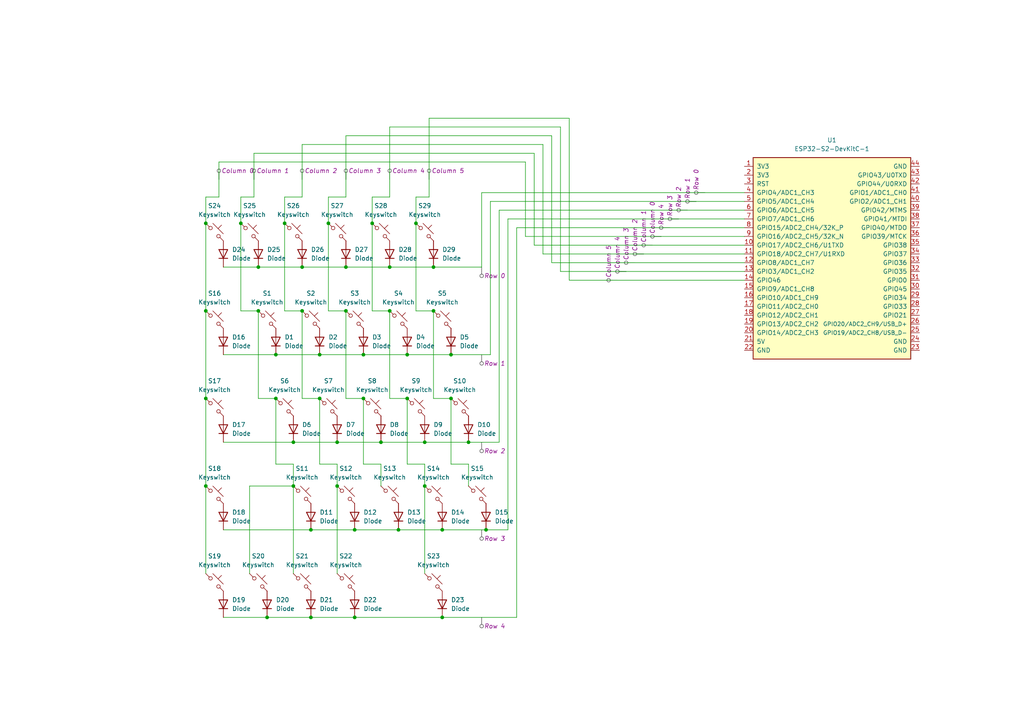
<source format=kicad_sch>
(kicad_sch (version 20231120) (generator "eeschema") (generator_version "8.0")
  (paper "A4")
  (lib_symbols
    (symbol "PCM_Espressif:ESP32-S2-DevKitC-1" (pin_names (offset 1.016))
      (property "Reference" "U" (at -22.86 33.02 0))
      (property "Value" "ESP32-S2-DevKitC-1" (at -22.86 30.48 0))
      (symbol "ESP32-S2-DevKitC-1_0_0"
        (pin input line (at -25.4 -7.62 0) (length 2.54) (name "GPIO46") (number "14"))
        (pin bidirectional line (at -25.4 -20.32 0) (length 2.54) (name "GPIO13/ADC2_CH2") (number "19"))
        (pin power_in line (at -25.4 22.86 0) (length 2.54) (name "3V3") (number "2"))
        (pin bidirectional line (at 25.4 12.7 180) (length 2.54) (name "GPIO42/MTMS") (number "39"))
        (pin bidirectional line (at 25.4 15.24 180) (length 2.54) (name "GPIO2/ADC1_CH1") (number "40"))
        (pin bidirectional line (at 25.4 17.78 180) (length 2.54) (name "GPIO1/ADC1_CH0") (number "41"))
        (pin bidirectional line (at 25.4 20.32 180) (length 2.54) (name "GPIO44/U0RXD") (number "42"))
        (pin bidirectional line (at 25.4 22.86 180) (length 2.54) (name "GPIO43/U0TXD") (number "43"))
        (pin power_in line (at 25.4 25.4 180) (length 2.54) (name "GND") (number "44"))
      )
      (symbol "ESP32-S2-DevKitC-1_0_1"
        (rectangle (start -22.86 27.94) (end 22.86 -30.48) (stroke (width 0.254)) (fill (type background)))
      )
      (symbol "ESP32-S2-DevKitC-1_1_1"
        (pin power_in line (at -25.4 25.4 0) (length 2.54) (name "3V3") (number "1"))
        (pin bidirectional line (at -25.4 2.54 0) (length 2.54) (name "GPIO17/ADC2_CH6/U1TXD") (number "10"))
        (pin bidirectional line (at -25.4 0 0) (length 2.54) (name "GPIO18/ADC2_CH7/U1RXD") (number "11"))
        (pin bidirectional line (at -25.4 -2.54 0) (length 2.54) (name "GPIO8/ADC1_CH7") (number "12"))
        (pin bidirectional line (at -25.4 -5.08 0) (length 2.54) (name "GPIO3/ADC1_CH2") (number "13"))
        (pin bidirectional line (at -25.4 -10.16 0) (length 2.54) (name "GPIO9/ADC1_CH8") (number "15"))
        (pin bidirectional line (at -25.4 -12.7 0) (length 2.54) (name "GPIO10/ADC1_CH9") (number "16"))
        (pin bidirectional line (at -25.4 -15.24 0) (length 2.54) (name "GPIO11/ADC2_CH0") (number "17"))
        (pin bidirectional line (at -25.4 -17.78 0) (length 2.54) (name "GPIO12/ADC2_CH1") (number "18"))
        (pin bidirectional line (at -25.4 -22.86 0) (length 2.54) (name "GPIO14/ADC2_CH3") (number "20"))
        (pin power_in line (at -25.4 -25.4 0) (length 2.54) (name "5V") (number "21"))
        (pin power_in line (at -25.4 -27.94 0) (length 2.54) (name "GND") (number "22"))
        (pin power_in line (at 25.4 -27.94 180) (length 2.54) (name "GND") (number "23"))
        (pin power_in line (at 25.4 -25.4 180) (length 2.54) (name "GND") (number "24"))
        (pin bidirectional line (at 25.4 -22.86 180) (length 2.54) (name "GPIO19/ADC2_CH8/USB_D-") (number "25"))
        (pin bidirectional line (at 25.4 -20.32 180) (length 2.54) (name "GPIO20/ADC2_CH9/USB_D+") (number "26"))
        (pin bidirectional line (at 25.4 -17.78 180) (length 2.54) (name "GPIO21") (number "27"))
        (pin bidirectional line (at 25.4 -15.24 180) (length 2.54) (name "GPIO33") (number "28"))
        (pin bidirectional line (at 25.4 -12.7 180) (length 2.54) (name "GPIO34") (number "29"))
        (pin input line (at -25.4 20.32 0) (length 2.54) (name "RST") (number "3"))
        (pin bidirectional line (at 25.4 -10.16 180) (length 2.54) (name "GPIO45") (number "30"))
        (pin bidirectional line (at 25.4 -7.62 180) (length 2.54) (name "GPIO0") (number "31"))
        (pin bidirectional line (at 25.4 -5.08 180) (length 2.54) (name "GPIO35") (number "32"))
        (pin bidirectional line (at 25.4 -2.54 180) (length 2.54) (name "GPIO36") (number "33"))
        (pin bidirectional line (at 25.4 0 180) (length 2.54) (name "GPIO37") (number "34"))
        (pin bidirectional line (at 25.4 2.54 180) (length 2.54) (name "GPIO38") (number "35"))
        (pin bidirectional line (at 25.4 5.08 180) (length 2.54) (name "GPIO39/MTCK") (number "36"))
        (pin bidirectional line (at 25.4 7.62 180) (length 2.54) (name "GPIO40/MTDO") (number "37"))
        (pin bidirectional line (at 25.4 10.16 180) (length 2.54) (name "GPIO41/MTDI") (number "38"))
        (pin bidirectional line (at -25.4 17.78 0) (length 2.54) (name "GPIO4/ADC1_CH3") (number "4"))
        (pin bidirectional line (at -25.4 15.24 0) (length 2.54) (name "GPIO5/ADC1_CH4") (number "5"))
        (pin bidirectional line (at -25.4 12.7 0) (length 2.54) (name "GPIO6/ADC1_CH5") (number "6"))
        (pin bidirectional line (at -25.4 10.16 0) (length 2.54) (name "GPIO7/ADC1_CH6") (number "7"))
        (pin bidirectional line (at -25.4 7.62 0) (length 2.54) (name "GPIO15/ADC2_CH4/32K_P") (number "8"))
        (pin bidirectional line (at -25.4 5.08 0) (length 2.54) (name "GPIO16/ADC2_CH5/32K_N") (number "9"))
      )
    )
    (symbol "ScottoKeebs:Placeholder_Diode" (pin_numbers hide) (pin_names hide)
      (property "Reference" "D" (at 0 2.54 0))
      (property "Value" "Diode" (at 0 -2.54 0))
      (symbol "Placeholder_Diode_0_1"
        (polyline (pts (xy -1.27 1.27) (xy -1.27 -1.27)) (stroke (width 0.254)))
        (polyline (pts (xy 1.27 0) (xy -1.27 0)))
        (polyline (pts (xy 1.27 1.27) (xy 1.27 -1.27) (xy -1.27 0) (xy 1.27 1.27)) (stroke (width 0.254)))
      )
      (symbol "Placeholder_Diode_1_1"
        (pin passive line (at -3.81 0 0) (length 2.54) (name "K") (number "1"))
        (pin passive line (at 3.81 0 180) (length 2.54) (name "A") (number "2"))
      )
    )
    (symbol "ScottoKeebs:Placeholder_Keyswitch" (pin_numbers hide) (pin_names (offset 1.016) hide)
      (property "Reference" "S" (at 3.048 1.016 0))
      (property "Value" "Keyswitch" (at 0 -3.81 0))
      (symbol "Placeholder_Keyswitch_0_1"
        (circle (center -1.1684 1.1684) (radius 0.508))
        (polyline (pts (xy -0.508 2.54) (xy 2.54 -0.508)))
        (polyline (pts (xy 1.016 1.016) (xy 2.032 2.032)))
        (polyline (pts (xy -2.54 2.54) (xy -1.524 1.524) (xy -1.524 1.524)))
        (polyline (pts (xy 1.524 -1.524) (xy 2.54 -2.54) (xy 2.54 -2.54) (xy 2.54 -2.54)))
        (circle (center 1.143 -1.1938) (radius 0.508))
        (pin passive line (at -2.54 2.54 0) (length 0) (name "1") (number "1"))
        (pin passive line (at 2.54 -2.54 180) (length 0) (name "2") (number "2"))
      )
    )
  )
  (junction (at 100.33 77.47))
  (junction (at 128.27 153.67))
  (junction (at 87.63 90.17))
  (junction (at 85.09 128.27))
  (junction (at 92.71 102.87))
  (junction (at 107.95 64.77))
  (junction (at 59.69 140.97))
  (junction (at 82.55 64.77))
  (junction (at 115.57 153.67))
  (junction (at 80.01 102.87))
  (junction (at 105.41 102.87))
  (junction (at 120.65 64.77))
  (junction (at 128.27 179.07))
  (junction (at 105.41 115.57))
  (junction (at 135.89 128.27))
  (junction (at 59.69 115.57))
  (junction (at 59.69 64.77))
  (junction (at 123.19 128.27))
  (junction (at 140.97 153.67))
  (junction (at 125.73 77.47))
  (junction (at 130.81 102.87))
  (junction (at 102.87 153.67))
  (junction (at 97.79 128.27))
  (junction (at 74.93 90.17))
  (junction (at 123.19 140.97))
  (junction (at 90.17 179.07))
  (junction (at 74.93 77.47))
  (junction (at 110.49 128.27))
  (junction (at 69.85 64.77))
  (junction (at 100.33 90.17))
  (junction (at 125.73 90.17))
  (junction (at 80.01 115.57))
  (junction (at 118.11 102.87))
  (junction (at 102.87 179.07))
  (junction (at 87.63 77.47))
  (junction (at 97.79 140.97))
  (junction (at 130.81 115.57))
  (junction (at 95.25 64.77))
  (junction (at 113.03 77.47))
  (junction (at 92.71 115.57))
  (junction (at 118.11 115.57))
  (junction (at 59.69 90.17))
  (junction (at 77.47 179.07))
  (junction (at 90.17 153.67))
  (junction (at 113.03 90.17))
  (junction (at 85.09 140.97))
  (wire (pts (xy 147.32 63.5) (xy 215.9 63.5)))
  (wire (pts (xy 63.5 46.99) (xy 63.5 57.15)))
  (wire (pts (xy 144.78 60.96) (xy 215.9 60.96)))
  (wire (pts (xy 124.46 34.29) (xy 165.1 34.29)))
  (wire (pts (xy 97.79 140.97) (xy 97.79 166.37)))
  (wire (pts (xy 73.66 44.45) (xy 154.94 44.45)))
  (wire (pts (xy 107.95 57.15) (xy 107.95 64.77)))
  (wire (pts (xy 139.7 55.88) (xy 139.7 77.47)))
  (wire (pts (xy 120.65 57.15) (xy 120.65 64.77)))
  (wire (pts (xy 165.1 34.29) (xy 165.1 81.28)))
  (wire (pts (xy 85.09 134.62) (xy 80.01 134.62)))
  (wire (pts (xy 73.66 44.45) (xy 73.66 57.15)))
  (wire (pts (xy 100.33 39.37) (xy 160.02 39.37)))
  (wire (pts (xy 69.85 64.77) (xy 69.85 90.17)))
  (wire (pts (xy 87.63 41.91) (xy 157.48 41.91)))
  (wire (pts (xy 64.77 77.47) (xy 74.93 77.47)))
  (wire (pts (xy 113.03 36.83) (xy 162.56 36.83)))
  (wire (pts (xy 124.46 34.29) (xy 124.46 57.15)))
  (wire (pts (xy 113.03 115.57) (xy 118.11 115.57)))
  (wire (pts (xy 80.01 102.87) (xy 92.71 102.87)))
  (wire (pts (xy 102.87 179.07) (xy 128.27 179.07)))
  (wire (pts (xy 105.41 102.87) (xy 118.11 102.87)))
  (wire (pts (xy 125.73 115.57) (xy 130.81 115.57)))
  (wire (pts (xy 95.25 90.17) (xy 100.33 90.17)))
  (wire (pts (xy 135.89 134.62) (xy 135.89 140.97)))
  (wire (pts (xy 160.02 76.2) (xy 215.9 76.2)))
  (wire (pts (xy 140.97 153.67) (xy 147.32 153.67)))
  (wire (pts (xy 139.7 55.88) (xy 215.9 55.88)))
  (wire (pts (xy 72.39 140.97) (xy 85.09 140.97)))
  (wire (pts (xy 125.73 90.17) (xy 125.73 115.57)))
  (wire (pts (xy 100.33 77.47) (xy 113.03 77.47)))
  (wire (pts (xy 100.33 115.57) (xy 105.41 115.57)))
  (wire (pts (xy 125.73 77.47) (xy 139.7 77.47)))
  (wire (pts (xy 105.41 134.62) (xy 110.49 134.62)))
  (wire (pts (xy 157.48 41.91) (xy 157.48 73.66)))
  (wire (pts (xy 100.33 39.37) (xy 100.33 57.15)))
  (wire (pts (xy 130.81 102.87) (xy 142.24 102.87)))
  (wire (pts (xy 80.01 115.57) (xy 74.93 115.57)))
  (wire (pts (xy 113.03 57.15) (xy 113.03 36.83)))
  (wire (pts (xy 152.4 68.58) (xy 215.9 68.58)))
  (wire (pts (xy 64.77 102.87) (xy 80.01 102.87)))
  (wire (pts (xy 160.02 39.37) (xy 160.02 76.2)))
  (wire (pts (xy 118.11 102.87) (xy 130.81 102.87)))
  (wire (pts (xy 152.4 46.99) (xy 63.5 46.99)))
  (wire (pts (xy 87.63 77.47) (xy 100.33 77.47)))
  (wire (pts (xy 144.78 60.96) (xy 144.78 128.27)))
  (wire (pts (xy 142.24 58.42) (xy 142.24 102.87)))
  (wire (pts (xy 120.65 90.17) (xy 125.73 90.17)))
  (wire (pts (xy 82.55 57.15) (xy 82.55 64.77)))
  (wire (pts (xy 74.93 77.47) (xy 87.63 77.47)))
  (wire (pts (xy 123.19 134.62) (xy 123.19 140.97)))
  (wire (pts (xy 59.69 57.15) (xy 59.69 64.77)))
  (wire (pts (xy 92.71 102.87) (xy 105.41 102.87)))
  (wire (pts (xy 82.55 64.77) (xy 82.55 90.17)))
  (wire (pts (xy 118.11 134.62) (xy 123.19 134.62)))
  (wire (pts (xy 162.56 36.83) (xy 162.56 78.74)))
  (wire (pts (xy 107.95 64.77) (xy 107.95 90.17)))
  (wire (pts (xy 87.63 41.91) (xy 87.63 57.15)))
  (wire (pts (xy 87.63 90.17) (xy 87.63 115.57)))
  (wire (pts (xy 105.41 115.57) (xy 105.41 134.62)))
  (wire (pts (xy 59.69 64.77) (xy 59.69 90.17)))
  (wire (pts (xy 128.27 153.67) (xy 140.97 153.67)))
  (wire (pts (xy 59.69 140.97) (xy 59.69 166.37)))
  (wire (pts (xy 157.48 73.66) (xy 215.9 73.66)))
  (wire (pts (xy 63.5 57.15) (xy 59.69 57.15)))
  (wire (pts (xy 123.19 128.27) (xy 135.89 128.27)))
  (wire (pts (xy 123.19 140.97) (xy 123.19 166.37)))
  (wire (pts (xy 90.17 153.67) (xy 102.87 153.67)))
  (wire (pts (xy 73.66 57.15) (xy 69.85 57.15)))
  (wire (pts (xy 102.87 153.67) (xy 115.57 153.67)))
  (wire (pts (xy 107.95 57.15) (xy 113.03 57.15)))
  (wire (pts (xy 69.85 90.17) (xy 74.93 90.17)))
  (wire (pts (xy 82.55 90.17) (xy 87.63 90.17)))
  (wire (pts (xy 120.65 64.77) (xy 120.65 90.17)))
  (wire (pts (xy 118.11 115.57) (xy 118.11 134.62)))
  (wire (pts (xy 85.09 140.97) (xy 85.09 134.62)))
  (wire (pts (xy 152.4 68.58) (xy 152.4 46.99)))
  (wire (pts (xy 59.69 115.57) (xy 59.69 140.97)))
  (wire (pts (xy 149.86 66.04) (xy 149.86 179.07)))
  (wire (pts (xy 64.77 153.67) (xy 90.17 153.67)))
  (wire (pts (xy 130.81 134.62) (xy 135.89 134.62)))
  (wire (pts (xy 154.94 44.45) (xy 154.94 71.12)))
  (wire (pts (xy 64.77 128.27) (xy 85.09 128.27)))
  (wire (pts (xy 72.39 166.37) (xy 72.39 140.97)))
  (wire (pts (xy 85.09 140.97) (xy 85.09 166.37)))
  (wire (pts (xy 162.56 78.74) (xy 215.9 78.74)))
  (wire (pts (xy 92.71 134.62) (xy 97.79 134.62)))
  (wire (pts (xy 113.03 90.17) (xy 113.03 115.57)))
  (wire (pts (xy 95.25 57.15) (xy 100.33 57.15)))
  (wire (pts (xy 147.32 63.5) (xy 147.32 153.67)))
  (wire (pts (xy 95.25 57.15) (xy 95.25 64.77)))
  (wire (pts (xy 59.69 90.17) (xy 59.69 115.57)))
  (wire (pts (xy 128.27 179.07) (xy 149.86 179.07)))
  (wire (pts (xy 97.79 128.27) (xy 110.49 128.27)))
  (wire (pts (xy 80.01 134.62) (xy 80.01 115.57)))
  (wire (pts (xy 100.33 90.17) (xy 100.33 115.57)))
  (wire (pts (xy 130.81 115.57) (xy 130.81 134.62)))
  (wire (pts (xy 64.77 179.07) (xy 77.47 179.07)))
  (wire (pts (xy 87.63 115.57) (xy 92.71 115.57)))
  (wire (pts (xy 120.65 57.15) (xy 124.46 57.15)))
  (wire (pts (xy 113.03 77.47) (xy 125.73 77.47)))
  (wire (pts (xy 95.25 64.77) (xy 95.25 90.17)))
  (wire (pts (xy 85.09 128.27) (xy 97.79 128.27)))
  (wire (pts (xy 97.79 140.97) (xy 97.79 134.62)))
  (wire (pts (xy 110.49 140.97) (xy 110.49 134.62)))
  (wire (pts (xy 110.49 128.27) (xy 123.19 128.27)))
  (wire (pts (xy 90.17 179.07) (xy 102.87 179.07)))
  (wire (pts (xy 77.47 179.07) (xy 90.17 179.07)))
  (wire (pts (xy 115.57 153.67) (xy 128.27 153.67)))
  (wire (pts (xy 154.94 71.12) (xy 215.9 71.12)))
  (wire (pts (xy 82.55 57.15) (xy 87.63 57.15)))
  (wire (pts (xy 69.85 57.15) (xy 69.85 64.77)))
  (wire (pts (xy 135.89 128.27) (xy 144.78 128.27)))
  (wire (pts (xy 107.95 90.17) (xy 113.03 90.17)))
  (wire (pts (xy 74.93 90.17) (xy 74.93 115.57)))
  (wire (pts (xy 142.24 58.42) (xy 215.9 58.42)))
  (wire (pts (xy 92.71 115.57) (xy 92.71 134.62)))
  (wire (pts (xy 149.86 66.04) (xy 215.9 66.04)))
  (wire (pts (xy 165.1 81.28) (xy 215.9 81.28)))
  (netclass_flag "" (length 2.54) (shape round) (at 139.7 179.07 180) (property "Netclass" "Row 4" (at 140.3985 181.61 0) (effects (font (italic yes)) (justify left))))
  (netclass_flag "" (length 2.54) (shape round) (at 139.7 153.67 180) (property "Netclass" "Row 3" (at 140.3985 156.21 0) (effects (font (italic yes)) (justify left))))
  (netclass_flag "" (length 2.54) (shape round) (at 204.47 55.88 90) (property "Netclass" "Row 0" (at 201.93 55.1815 90) (effects (font (italic yes)) (justify left))))
  (netclass_flag "" (length 2.54) (shape round) (at 139.7 128.27 180) (property "Netclass" "Row 2" (at 140.3985 130.81 0) (effects (font (italic yes)) (justify left))))
  (netclass_flag "" (length 2.54) (shape round) (at 139.7 102.87 180) (property "Netclass" "Row 1" (at 140.3985 105.41 0) (effects (font (italic yes)) (justify left))))
  (netclass_flag "" (length 2.54) (shape round) (at 124.46 52.07 0) (property "Netclass" "Column 5" (at 125.1585 49.53 0) (effects (font (italic yes)) (justify left))))
  (netclass_flag "" (length 2.54) (shape round) (at 196.85 63.5 90) (property "Netclass" "Row 3" (at 194.31 62.8015 90) (effects (font (italic yes)) (justify left))))
  (netclass_flag "" (length 2.54) (shape round) (at 113.03 52.07 0) (property "Netclass" "Column 4" (at 113.7285 49.53 0) (effects (font (italic yes)) (justify left))))
  (netclass_flag "" (length 2.54) (shape round) (at 73.66 52.07 0) (property "Netclass" "Column 1" (at 74.3585 49.53 0) (effects (font (italic yes)) (justify left))))
  (netclass_flag "" (length 2.54) (shape round) (at 184.15 76.2 90) (property "Netclass" "Column 3" (at 181.61 75.5015 90) (effects (font (italic yes)) (justify left))))
  (netclass_flag "" (length 2.54) (shape round) (at 189.23 71.12 90) (property "Netclass" "Column 1" (at 186.69 70.4215 90) (effects (font (italic yes)) (justify left))))
  (netclass_flag "" (length 2.54) (shape round) (at 194.31 66.04 90) (property "Netclass" "Row 4" (at 191.77 65.3415 90) (effects (font (italic yes)) (justify left))))
  (netclass_flag "" (length 2.54) (shape round) (at 186.69 73.66 90) (property "Netclass" "Column 2" (at 184.15 72.9615 90) (effects (font (italic yes)) (justify left))))
  (netclass_flag "" (length 2.54) (shape round) (at 100.33 52.07 0) (property "Netclass" "Column 3" (at 101.0285 49.53 0) (effects (font (italic yes)) (justify left))))
  (netclass_flag "" (length 2.54) (shape round) (at 139.7 77.47 180) (property "Netclass" "Row 0" (at 140.3985 80.01 0) (effects (font (italic yes)) (justify left))))
  (netclass_flag "" (length 2.54) (shape round) (at 191.77 68.58 90) (property "Netclass" "Column 0" (at 189.23 67.8815 90) (effects (font (italic yes)) (justify left))))
  (netclass_flag "" (length 2.54) (shape round) (at 199.39 60.96 90) (property "Netclass" "Row 2" (at 196.85 60.2615 90) (effects (font (italic yes)) (justify left))))
  (netclass_flag "" (length 2.54) (shape round) (at 181.61 78.74 90) (property "Netclass" "Column 4" (at 179.07 78.0415 90) (effects (font (italic yes)) (justify left))))
  (netclass_flag "" (length 2.54) (shape round) (at 63.5 52.07 0) (property "Netclass" "Column 0" (at 64.1985 49.53 0) (effects (font (italic yes)) (justify left))))
  (netclass_flag "" (length 2.54) (shape round) (at 87.63 52.07 0) (property "Netclass" "Column 2" (at 88.3285 49.53 0) (effects (font (italic yes)) (justify left))))
  (netclass_flag "" (length 2.54) (shape round) (at 179.07 81.28 90) (property "Netclass" "Column 5" (at 176.53 80.5815 90) (effects (font (italic yes)) (justify left))))
  (netclass_flag "" (length 2.54) (shape round) (at 201.93 58.42 90) (property "Netclass" "Row 1" (at 199.39 57.7215 90) (effects (font (italic yes)) (justify left))))
  (symbol (lib_id "ScottoKeebs:Placeholder_Keyswitch") (at 128.27 92.71 0) (unit 1)
    (property "Reference" "S5" (at 128.27 85.09 0))
    (property "Value" "Keyswitch" (at 128.27 87.63 0))
    (property "Footprint" "ScottoKeebs_MX:MX_PCB_1.00u" (effects (hide yes)))
    (property "Description" "Push button switch, normally open, two pins, 45° tilted" (effects (hide yes)))
  )
  (symbol (lib_id "ScottoKeebs:Placeholder_Diode") (at 128.27 175.26 90) (unit 1)
    (property "Reference" "D23" (at 130.81 173.9899 90) (effects (justify right)))
    (property "Value" "Diode" (at 130.81 176.5299 90) (effects (justify right)))
    (property "Footprint" "ScottoKeebs_Components:Diode_DO-35" (effects (hide yes)))
    (property "Description" "1N4148 (DO-35) or 1N4148W (SOD-123)" (effects (hide yes)))
    (property "Sim.Device" "D" (effects (hide yes)))
    (property "Sim.Pins" "1=K 2=A" (effects (hide yes)))
  )
  (symbol (lib_id "ScottoKeebs:Placeholder_Diode") (at 77.47 175.26 90) (unit 1)
    (property "Reference" "D20" (at 80.01 173.9899 90) (effects (justify right)))
    (property "Value" "Diode" (at 80.01 176.5299 90) (effects (justify right)))
    (property "Footprint" "ScottoKeebs_Components:Diode_DO-35" (effects (hide yes)))
    (property "Description" "1N4148 (DO-35) or 1N4148W (SOD-123)" (effects (hide yes)))
    (property "Sim.Device" "D" (effects (hide yes)))
    (property "Sim.Pins" "1=K 2=A" (effects (hide yes)))
  )
  (symbol (lib_id "ScottoKeebs:Placeholder_Keyswitch") (at 120.65 118.11 0) (unit 1)
    (property "Reference" "S9" (at 120.65 110.49 0))
    (property "Value" "Keyswitch" (at 120.65 113.03 0))
    (property "Footprint" "ScottoKeebs_MX:MX_PCB_1.00u" (effects (hide yes)))
    (property "Description" "Push button switch, normally open, two pins, 45° tilted" (effects (hide yes)))
  )
  (symbol (lib_id "PCM_Espressif:ESP32-S2-DevKitC-1") (at 241.3 73.66 0) (unit 1)
    (property "Reference" "U1" (at 241.3 40.64 0))
    (property "Value" "ESP32-S2-DevKitC-1" (at 241.3 43.18 0))
    (property "Footprint" "PCM_Espressif:ESP32-S2-DevKitC-1" (effects (hide yes)))
    (property "Datasheet" "https://docs.espressif.com/projects/esp-idf/en/latest/esp32s2/hw-reference/esp32s2/user-guide-s2-devkitc-1.html" (effects (hide yes)))
    (property "Description" "ESP32-S2-DevKitC-1" (effects (hide yes)))
  )
  (symbol (lib_id "ScottoKeebs:Placeholder_Diode") (at 64.77 175.26 90) (unit 1)
    (property "Reference" "D19" (at 67.31 173.9899 90) (effects (justify right)))
    (property "Value" "Diode" (at 67.31 176.5299 90) (effects (justify right)))
    (property "Footprint" "ScottoKeebs_Components:Diode_DO-35" (effects (hide yes)))
    (property "Description" "1N4148 (DO-35) or 1N4148W (SOD-123)" (effects (hide yes)))
    (property "Sim.Device" "D" (effects (hide yes)))
    (property "Sim.Pins" "1=K 2=A" (effects (hide yes)))
  )
  (symbol (lib_id "ScottoKeebs:Placeholder_Keyswitch") (at 138.43 143.51 0) (unit 1)
    (property "Reference" "S15" (at 138.43 135.89 0))
    (property "Value" "Keyswitch" (at 138.43 138.43 0))
    (property "Footprint" "ScottoKeebs_MX:MX_PCB_1.00u" (effects (hide yes)))
    (property "Description" "Push button switch, normally open, two pins, 45° tilted" (effects (hide yes)))
  )
  (symbol (lib_id "ScottoKeebs:Placeholder_Keyswitch") (at 113.03 143.51 0) (unit 1)
    (property "Reference" "S13" (at 113.03 135.89 0))
    (property "Value" "Keyswitch" (at 113.03 138.43 0))
    (property "Footprint" "ScottoKeebs_MX:MX_PCB_1.00u" (effects (hide yes)))
    (property "Description" "Push button switch, normally open, two pins, 45° tilted" (effects (hide yes)))
  )
  (symbol (lib_id "ScottoKeebs:Placeholder_Diode") (at 64.77 149.86 90) (unit 1)
    (property "Reference" "D18" (at 67.31 148.5899 90) (effects (justify right)))
    (property "Value" "Diode" (at 67.31 151.1299 90) (effects (justify right)))
    (property "Footprint" "ScottoKeebs_Components:Diode_DO-35" (effects (hide yes)))
    (property "Description" "1N4148 (DO-35) or 1N4148W (SOD-123)" (effects (hide yes)))
    (property "Sim.Device" "D" (effects (hide yes)))
    (property "Sim.Pins" "1=K 2=A" (effects (hide yes)))
  )
  (symbol (lib_id "ScottoKeebs:Placeholder_Keyswitch") (at 62.23 118.11 0) (unit 1)
    (property "Reference" "S17" (at 62.23 110.49 0))
    (property "Value" "Keyswitch" (at 62.23 113.03 0))
    (property "Footprint" "ScottoKeebs_MX:MX_PCB_2.00u" (effects (hide yes)))
    (property "Description" "Push button switch, normally open, two pins, 45° tilted" (effects (hide yes)))
  )
  (symbol (lib_id "ScottoKeebs:Placeholder_Keyswitch") (at 115.57 92.71 0) (unit 1)
    (property "Reference" "S4" (at 115.57 85.09 0))
    (property "Value" "Keyswitch" (at 115.57 87.63 0))
    (property "Footprint" "ScottoKeebs_MX:MX_PCB_1.00u" (effects (hide yes)))
    (property "Description" "Push button switch, normally open, two pins, 45° tilted" (effects (hide yes)))
  )
  (symbol (lib_id "ScottoKeebs:Placeholder_Diode") (at 102.87 149.86 90) (unit 1)
    (property "Reference" "D12" (at 105.41 148.5899 90) (effects (justify right)))
    (property "Value" "Diode" (at 105.41 151.1299 90) (effects (justify right)))
    (property "Footprint" "ScottoKeebs_Components:Diode_DO-35" (effects (hide yes)))
    (property "Description" "1N4148 (DO-35) or 1N4148W (SOD-123)" (effects (hide yes)))
    (property "Sim.Device" "D" (effects (hide yes)))
    (property "Sim.Pins" "1=K 2=A" (effects (hide yes)))
  )
  (symbol (lib_id "ScottoKeebs:Placeholder_Diode") (at 87.63 73.66 90) (unit 1)
    (property "Reference" "D26" (at 90.17 72.3899 90) (effects (justify right)))
    (property "Value" "Diode" (at 90.17 74.9299 90) (effects (justify right)))
    (property "Footprint" "ScottoKeebs_Components:Diode_DO-35" (effects (hide yes)))
    (property "Description" "1N4148 (DO-35) or 1N4148W (SOD-123)" (effects (hide yes)))
    (property "Sim.Device" "D" (effects (hide yes)))
    (property "Sim.Pins" "1=K 2=A" (effects (hide yes)))
  )
  (symbol (lib_id "ScottoKeebs:Placeholder_Keyswitch") (at 100.33 143.51 0) (unit 1)
    (property "Reference" "S12" (at 100.33 135.89 0))
    (property "Value" "Keyswitch" (at 100.33 138.43 0))
    (property "Footprint" "ScottoKeebs_MX:MX_PCB_1.00u" (effects (hide yes)))
    (property "Description" "Push button switch, normally open, two pins, 45° tilted" (effects (hide yes)))
  )
  (symbol (lib_id "ScottoKeebs:Placeholder_Diode") (at 74.93 73.66 90) (unit 1)
    (property "Reference" "D25" (at 77.47 72.3899 90) (effects (justify right)))
    (property "Value" "Diode" (at 77.47 74.9299 90) (effects (justify right)))
    (property "Footprint" "ScottoKeebs_Components:Diode_DO-35" (effects (hide yes)))
    (property "Description" "1N4148 (DO-35) or 1N4148W (SOD-123)" (effects (hide yes)))
    (property "Sim.Device" "D" (effects (hide yes)))
    (property "Sim.Pins" "1=K 2=A" (effects (hide yes)))
  )
  (symbol (lib_id "ScottoKeebs:Placeholder_Keyswitch") (at 62.23 143.51 0) (unit 1)
    (property "Reference" "S18" (at 62.23 135.89 0))
    (property "Value" "Keyswitch" (at 62.23 138.43 0))
    (property "Footprint" "ScottoKeebs_MX:MX_PCB_2.50u" (effects (hide yes)))
    (property "Description" "Push button switch, normally open, two pins, 45° tilted" (effects (hide yes)))
  )
  (symbol (lib_id "ScottoKeebs:Placeholder_Keyswitch") (at 107.95 118.11 0) (unit 1)
    (property "Reference" "S8" (at 107.95 110.49 0))
    (property "Value" "Keyswitch" (at 107.95 113.03 0))
    (property "Footprint" "ScottoKeebs_MX:MX_PCB_1.00u" (effects (hide yes)))
    (property "Description" "Push button switch, normally open, two pins, 45° tilted" (effects (hide yes)))
  )
  (symbol (lib_id "ScottoKeebs:Placeholder_Diode") (at 135.89 124.46 90) (unit 1)
    (property "Reference" "D10" (at 138.43 123.1899 90) (effects (justify right)))
    (property "Value" "Diode" (at 138.43 125.7299 90) (effects (justify right)))
    (property "Footprint" "ScottoKeebs_Components:Diode_DO-35" (effects (hide yes)))
    (property "Description" "1N4148 (DO-35) or 1N4148W (SOD-123)" (effects (hide yes)))
    (property "Sim.Device" "D" (effects (hide yes)))
    (property "Sim.Pins" "1=K 2=A" (effects (hide yes)))
  )
  (symbol (lib_id "ScottoKeebs:Placeholder_Diode") (at 102.87 175.26 90) (unit 1)
    (property "Reference" "D22" (at 105.41 173.9899 90) (effects (justify right)))
    (property "Value" "Diode" (at 105.41 176.5299 90) (effects (justify right)))
    (property "Footprint" "ScottoKeebs_Components:Diode_DO-35" (effects (hide yes)))
    (property "Description" "1N4148 (DO-35) or 1N4148W (SOD-123)" (effects (hide yes)))
    (property "Sim.Device" "D" (effects (hide yes)))
    (property "Sim.Pins" "1=K 2=A" (effects (hide yes)))
  )
  (symbol (lib_id "ScottoKeebs:Placeholder_Keyswitch") (at 110.49 67.31 0) (unit 1)
    (property "Reference" "S28" (at 110.49 59.69 0))
    (property "Value" "Keyswitch" (at 110.49 62.23 0))
    (property "Footprint" "ScottoKeebs_MX:MX_PCB_1.00u" (effects (hide yes)))
    (property "Description" "Push button switch, normally open, two pins, 45° tilted" (effects (hide yes)))
  )
  (symbol (lib_id "ScottoKeebs:Placeholder_Diode") (at 115.57 149.86 90) (unit 1)
    (property "Reference" "D13" (at 118.11 148.5899 90) (effects (justify right)))
    (property "Value" "Diode" (at 118.11 151.1299 90) (effects (justify right)))
    (property "Footprint" "ScottoKeebs_Components:Diode_DO-35" (effects (hide yes)))
    (property "Description" "1N4148 (DO-35) or 1N4148W (SOD-123)" (effects (hide yes)))
    (property "Sim.Device" "D" (effects (hide yes)))
    (property "Sim.Pins" "1=K 2=A" (effects (hide yes)))
  )
  (symbol (lib_id "ScottoKeebs:Placeholder_Keyswitch") (at 133.35 118.11 0) (unit 1)
    (property "Reference" "S10" (at 133.35 110.49 0))
    (property "Value" "Keyswitch" (at 133.35 113.03 0))
    (property "Footprint" "ScottoKeebs_MX:MX_PCB_1.00u" (effects (hide yes)))
    (property "Description" "Push button switch, normally open, two pins, 45° tilted" (effects (hide yes)))
  )
  (symbol (lib_id "ScottoKeebs:Placeholder_Keyswitch") (at 90.17 92.71 0) (unit 1)
    (property "Reference" "S2" (at 90.17 85.09 0))
    (property "Value" "Keyswitch" (at 90.17 87.63 0))
    (property "Footprint" "ScottoKeebs_MX:MX_PCB_1.00u" (effects (hide yes)))
    (property "Description" "Push button switch, normally open, two pins, 45° tilted" (effects (hide yes)))
  )
  (symbol (lib_id "ScottoKeebs:Placeholder_Keyswitch") (at 72.39 67.31 0) (unit 1)
    (property "Reference" "S25" (at 72.39 59.69 0))
    (property "Value" "Keyswitch" (at 72.39 62.23 0))
    (property "Footprint" "ScottoKeebs_MX:MX_PCB_1.00u" (effects (hide yes)))
    (property "Description" "Push button switch, normally open, two pins, 45° tilted" (effects (hide yes)))
  )
  (symbol (lib_id "ScottoKeebs:Placeholder_Diode") (at 64.77 73.66 90) (unit 1)
    (property "Reference" "D24" (at 67.31 72.3899 90) (effects (justify right)))
    (property "Value" "Diode" (at 67.31 74.9299 90) (effects (justify right)))
    (property "Footprint" "ScottoKeebs_Components:Diode_DO-35" (effects (hide yes)))
    (property "Description" "1N4148 (DO-35) or 1N4148W (SOD-123)" (effects (hide yes)))
    (property "Sim.Device" "D" (effects (hide yes)))
    (property "Sim.Pins" "1=K 2=A" (effects (hide yes)))
  )
  (symbol (lib_id "ScottoKeebs:Placeholder_Keyswitch") (at 95.25 118.11 0) (unit 1)
    (property "Reference" "S7" (at 95.25 110.49 0))
    (property "Value" "Keyswitch" (at 95.25 113.03 0))
    (property "Footprint" "ScottoKeebs_MX:MX_PCB_1.00u" (effects (hide yes)))
    (property "Description" "Push button switch, normally open, two pins, 45° tilted" (effects (hide yes)))
  )
  (symbol (lib_id "ScottoKeebs:Placeholder_Keyswitch") (at 62.23 67.31 0) (unit 1)
    (property "Reference" "S24" (at 62.23 59.69 0))
    (property "Value" "Keyswitch" (at 62.23 62.23 0))
    (property "Footprint" "ScottoKeebs_MX:MX_PCB_1.00u" (effects (hide yes)))
    (property "Description" "Push button switch, normally open, two pins, 45° tilted" (effects (hide yes)))
  )
  (symbol (lib_id "ScottoKeebs:Placeholder_Keyswitch") (at 62.23 168.91 0) (unit 1)
    (property "Reference" "S19" (at 62.23 161.29 0))
    (property "Value" "Keyswitch" (at 62.23 163.83 0))
    (property "Footprint" "ScottoKeebs_MX:MX_PCB_1.00u" (effects (hide yes)))
    (property "Description" "Push button switch, normally open, two pins, 45° tilted" (effects (hide yes)))
  )
  (symbol (lib_id "ScottoKeebs:Placeholder_Keyswitch") (at 87.63 168.91 0) (unit 1)
    (property "Reference" "S21" (at 87.63 161.29 0))
    (property "Value" "Keyswitch" (at 87.63 163.83 0))
    (property "Footprint" "ScottoKeebs_MX:MX_PCB_1.00u" (effects (hide yes)))
    (property "Description" "Push button switch, normally open, two pins, 45° tilted" (effects (hide yes)))
  )
  (symbol (lib_id "ScottoKeebs:Placeholder_Diode") (at 92.71 99.06 90) (unit 1)
    (property "Reference" "D2" (at 95.25 97.7899 90) (effects (justify right)))
    (property "Value" "Diode" (at 95.25 100.3299 90) (effects (justify right)))
    (property "Footprint" "ScottoKeebs_Components:Diode_DO-35" (effects (hide yes)))
    (property "Description" "1N4148 (DO-35) or 1N4148W (SOD-123)" (effects (hide yes)))
    (property "Sim.Device" "D" (effects (hide yes)))
    (property "Sim.Pins" "1=K 2=A" (effects (hide yes)))
  )
  (symbol (lib_id "ScottoKeebs:Placeholder_Diode") (at 128.27 149.86 90) (unit 1)
    (property "Reference" "D14" (at 130.81 148.5899 90) (effects (justify right)))
    (property "Value" "Diode" (at 130.81 151.1299 90) (effects (justify right)))
    (property "Footprint" "ScottoKeebs_Components:Diode_DO-35" (effects (hide yes)))
    (property "Description" "1N4148 (DO-35) or 1N4148W (SOD-123)" (effects (hide yes)))
    (property "Sim.Device" "D" (effects (hide yes)))
    (property "Sim.Pins" "1=K 2=A" (effects (hide yes)))
  )
  (symbol (lib_id "ScottoKeebs:Placeholder_Keyswitch") (at 74.93 168.91 0) (unit 1)
    (property "Reference" "S20" (at 74.93 161.29 0))
    (property "Value" "Keyswitch" (at 74.93 163.83 0))
    (property "Footprint" "ScottoKeebs_MX:MX_PCB_1.00u" (effects (hide yes)))
    (property "Description" "Push button switch, normally open, two pins, 45° tilted" (effects (hide yes)))
  )
  (symbol (lib_id "ScottoKeebs:Placeholder_Keyswitch") (at 102.87 92.71 0) (unit 1)
    (property "Reference" "S3" (at 102.87 85.09 0))
    (property "Value" "Keyswitch" (at 102.87 87.63 0))
    (property "Footprint" "ScottoKeebs_MX:MX_PCB_1.00u" (effects (hide yes)))
    (property "Description" "Push button switch, normally open, two pins, 45° tilted" (effects (hide yes)))
  )
  (symbol (lib_id "ScottoKeebs:Placeholder_Diode") (at 140.97 149.86 90) (unit 1)
    (property "Reference" "D15" (at 143.51 148.5899 90) (effects (justify right)))
    (property "Value" "Diode" (at 143.51 151.1299 90) (effects (justify right)))
    (property "Footprint" "ScottoKeebs_Components:Diode_DO-35" (effects (hide yes)))
    (property "Description" "1N4148 (DO-35) or 1N4148W (SOD-123)" (effects (hide yes)))
    (property "Sim.Device" "D" (effects (hide yes)))
    (property "Sim.Pins" "1=K 2=A" (effects (hide yes)))
  )
  (symbol (lib_id "ScottoKeebs:Placeholder_Diode") (at 100.33 73.66 90) (unit 1)
    (property "Reference" "D27" (at 102.87 72.3899 90) (effects (justify right)))
    (property "Value" "Diode" (at 102.87 74.9299 90) (effects (justify right)))
    (property "Footprint" "ScottoKeebs_Components:Diode_DO-35" (effects (hide yes)))
    (property "Description" "1N4148 (DO-35) or 1N4148W (SOD-123)" (effects (hide yes)))
    (property "Sim.Device" "D" (effects (hide yes)))
    (property "Sim.Pins" "1=K 2=A" (effects (hide yes)))
  )
  (symbol (lib_id "ScottoKeebs:Placeholder_Diode") (at 110.49 124.46 90) (unit 1)
    (property "Reference" "D8" (at 113.03 123.1899 90) (effects (justify right)))
    (property "Value" "Diode" (at 113.03 125.7299 90) (effects (justify right)))
    (property "Footprint" "ScottoKeebs_Components:Diode_DO-35" (effects (hide yes)))
    (property "Description" "1N4148 (DO-35) or 1N4148W (SOD-123)" (effects (hide yes)))
    (property "Sim.Device" "D" (effects (hide yes)))
    (property "Sim.Pins" "1=K 2=A" (effects (hide yes)))
  )
  (symbol (lib_id "ScottoKeebs:Placeholder_Keyswitch") (at 77.47 92.71 0) (unit 1)
    (property "Reference" "S1" (at 77.47 85.09 0))
    (property "Value" "Keyswitch" (at 77.47 87.63 0))
    (property "Footprint" "ScottoKeebs_MX:MX_PCB_1.00u" (effects (hide yes)))
    (property "Description" "Push button switch, normally open, two pins, 45° tilted" (effects (hide yes)))
  )
  (symbol (lib_id "ScottoKeebs:Placeholder_Keyswitch") (at 85.09 67.31 0) (unit 1)
    (property "Reference" "S26" (at 85.09 59.69 0))
    (property "Value" "Keyswitch" (at 85.09 62.23 0))
    (property "Footprint" "ScottoKeebs_MX:MX_PCB_1.00u" (effects (hide yes)))
    (property "Description" "Push button switch, normally open, two pins, 45° tilted" (effects (hide yes)))
  )
  (symbol (lib_id "ScottoKeebs:Placeholder_Keyswitch") (at 87.63 143.51 0) (unit 1)
    (property "Reference" "S11" (at 87.63 135.89 0))
    (property "Value" "Keyswitch" (at 87.63 138.43 0))
    (property "Footprint" "ScottoKeebs_MX:MX_PCB_1.00u" (effects (hide yes)))
    (property "Description" "Push button switch, normally open, two pins, 45° tilted" (effects (hide yes)))
  )
  (symbol (lib_id "ScottoKeebs:Placeholder_Diode") (at 123.19 124.46 90) (unit 1)
    (property "Reference" "D9" (at 125.73 123.1899 90) (effects (justify right)))
    (property "Value" "Diode" (at 125.73 125.7299 90) (effects (justify right)))
    (property "Footprint" "ScottoKeebs_Components:Diode_DO-35" (effects (hide yes)))
    (property "Description" "1N4148 (DO-35) or 1N4148W (SOD-123)" (effects (hide yes)))
    (property "Sim.Device" "D" (effects (hide yes)))
    (property "Sim.Pins" "1=K 2=A" (effects (hide yes)))
  )
  (symbol (lib_id "ScottoKeebs:Placeholder_Diode") (at 85.09 124.46 90) (unit 1)
    (property "Reference" "D6" (at 87.63 123.1899 90) (effects (justify right)))
    (property "Value" "Diode" (at 87.63 125.7299 90) (effects (justify right)))
    (property "Footprint" "ScottoKeebs_Components:Diode_DO-35" (effects (hide yes)))
    (property "Description" "1N4148 (DO-35) or 1N4148W (SOD-123)" (effects (hide yes)))
    (property "Sim.Device" "D" (effects (hide yes)))
    (property "Sim.Pins" "1=K 2=A" (effects (hide yes)))
  )
  (symbol (lib_id "ScottoKeebs:Placeholder_Keyswitch") (at 125.73 168.91 0) (unit 1)
    (property "Reference" "S23" (at 125.73 161.29 0))
    (property "Value" "Keyswitch" (at 125.73 163.83 0))
    (property "Footprint" "ScottoKeebs_MX:MX_PCB_3.00u" (effects (hide yes)))
    (property "Description" "Push button switch, normally open, two pins, 45° tilted" (effects (hide yes)))
  )
  (symbol (lib_id "ScottoKeebs:Placeholder_Diode") (at 118.11 99.06 90) (unit 1)
    (property "Reference" "D4" (at 120.65 97.7899 90) (effects (justify right)))
    (property "Value" "Diode" (at 120.65 100.3299 90) (effects (justify right)))
    (property "Footprint" "ScottoKeebs_Components:Diode_DO-35" (effects (hide yes)))
    (property "Description" "1N4148 (DO-35) or 1N4148W (SOD-123)" (effects (hide yes)))
    (property "Sim.Device" "D" (effects (hide yes)))
    (property "Sim.Pins" "1=K 2=A" (effects (hide yes)))
  )
  (symbol (lib_id "ScottoKeebs:Placeholder_Keyswitch") (at 82.55 118.11 0) (unit 1)
    (property "Reference" "S6" (at 82.55 110.49 0))
    (property "Value" "Keyswitch" (at 82.55 113.03 0))
    (property "Footprint" "ScottoKeebs_MX:MX_PCB_1.00u" (effects (hide yes)))
    (property "Description" "Push button switch, normally open, two pins, 45° tilted" (effects (hide yes)))
  )
  (symbol (lib_id "ScottoKeebs:Placeholder_Diode") (at 80.01 99.06 90) (unit 1)
    (property "Reference" "D1" (at 82.55 97.7899 90) (effects (justify right)))
    (property "Value" "Diode" (at 82.55 100.3299 90) (effects (justify right)))
    (property "Footprint" "ScottoKeebs_Components:Diode_DO-35" (effects (hide yes)))
    (property "Description" "1N4148 (DO-35) or 1N4148W (SOD-123)" (effects (hide yes)))
    (property "Sim.Device" "D" (effects (hide yes)))
    (property "Sim.Pins" "1=K 2=A" (effects (hide yes)))
  )
  (symbol (lib_id "ScottoKeebs:Placeholder_Diode") (at 105.41 99.06 90) (unit 1)
    (property "Reference" "D3" (at 107.95 97.7899 90) (effects (justify right)))
    (property "Value" "Diode" (at 107.95 100.3299 90) (effects (justify right)))
    (property "Footprint" "ScottoKeebs_Components:Diode_DO-35" (effects (hide yes)))
    (property "Description" "1N4148 (DO-35) or 1N4148W (SOD-123)" (effects (hide yes)))
    (property "Sim.Device" "D" (effects (hide yes)))
    (property "Sim.Pins" "1=K 2=A" (effects (hide yes)))
  )
  (symbol (lib_id "ScottoKeebs:Placeholder_Diode") (at 113.03 73.66 90) (unit 1)
    (property "Reference" "D28" (at 115.57 72.3899 90) (effects (justify right)))
    (property "Value" "Diode" (at 115.57 74.9299 90) (effects (justify right)))
    (property "Footprint" "ScottoKeebs_Components:Diode_DO-35" (effects (hide yes)))
    (property "Description" "1N4148 (DO-35) or 1N4148W (SOD-123)" (effects (hide yes)))
    (property "Sim.Device" "D" (effects (hide yes)))
    (property "Sim.Pins" "1=K 2=A" (effects (hide yes)))
  )
  (symbol (lib_id "ScottoKeebs:Placeholder_Diode") (at 130.81 99.06 90) (unit 1)
    (property "Reference" "D5" (at 133.35 97.7899 90) (effects (justify right)))
    (property "Value" "Diode" (at 133.35 100.3299 90) (effects (justify right)))
    (property "Footprint" "ScottoKeebs_Components:Diode_DO-35" (effects (hide yes)))
    (property "Description" "1N4148 (DO-35) or 1N4148W (SOD-123)" (effects (hide yes)))
    (property "Sim.Device" "D" (effects (hide yes)))
    (property "Sim.Pins" "1=K 2=A" (effects (hide yes)))
  )
  (symbol (lib_id "ScottoKeebs:Placeholder_Keyswitch") (at 123.19 67.31 0) (unit 1)
    (property "Reference" "S29" (at 123.19 59.69 0))
    (property "Value" "Keyswitch" (at 123.19 62.23 0))
    (property "Footprint" "ScottoKeebs_MX:MX_PCB_1.00u" (effects (hide yes)))
    (property "Description" "Push button switch, normally open, two pins, 45° tilted" (effects (hide yes)))
  )
  (symbol (lib_id "ScottoKeebs:Placeholder_Keyswitch") (at 100.33 168.91 0) (unit 1)
    (property "Reference" "S22" (at 100.33 161.29 0))
    (property "Value" "Keyswitch" (at 100.33 163.83 0))
    (property "Footprint" "ScottoKeebs_MX:MX_PCB_1.00u" (effects (hide yes)))
    (property "Description" "Push button switch, normally open, two pins, 45° tilted" (effects (hide yes)))
  )
  (symbol (lib_id "ScottoKeebs:Placeholder_Diode") (at 64.77 99.06 90) (unit 1)
    (property "Reference" "D16" (at 67.31 97.7899 90) (effects (justify right)))
    (property "Value" "Diode" (at 67.31 100.3299 90) (effects (justify right)))
    (property "Footprint" "ScottoKeebs_Components:Diode_DO-35" (effects (hide yes)))
    (property "Description" "1N4148 (DO-35) or 1N4148W (SOD-123)" (effects (hide yes)))
    (property "Sim.Device" "D" (effects (hide yes)))
    (property "Sim.Pins" "1=K 2=A" (effects (hide yes)))
  )
  (symbol (lib_id "ScottoKeebs:Placeholder_Diode") (at 90.17 149.86 90) (unit 1)
    (property "Reference" "D11" (at 92.71 148.5899 90) (effects (justify right)))
    (property "Value" "Diode" (at 92.71 151.1299 90) (effects (justify right)))
    (property "Footprint" "ScottoKeebs_Components:Diode_DO-35" (effects (hide yes)))
    (property "Description" "1N4148 (DO-35) or 1N4148W (SOD-123)" (effects (hide yes)))
    (property "Sim.Device" "D" (effects (hide yes)))
    (property "Sim.Pins" "1=K 2=A" (effects (hide yes)))
  )
  (symbol (lib_id "ScottoKeebs:Placeholder_Keyswitch") (at 125.73 143.51 0) (unit 1)
    (property "Reference" "S14" (at 125.73 135.89 0))
    (property "Value" "Keyswitch" (at 125.73 138.43 0))
    (property "Footprint" "ScottoKeebs_MX:MX_PCB_1.00u" (effects (hide yes)))
    (property "Description" "Push button switch, normally open, two pins, 45° tilted" (effects (hide yes)))
  )
  (symbol (lib_id "ScottoKeebs:Placeholder_Diode") (at 125.73 73.66 90) (unit 1)
    (property "Reference" "D29" (at 128.27 72.3899 90) (effects (justify right)))
    (property "Value" "Diode" (at 128.27 74.9299 90) (effects (justify right)))
    (property "Footprint" "ScottoKeebs_Components:Diode_DO-35" (effects (hide yes)))
    (property "Description" "1N4148 (DO-35) or 1N4148W (SOD-123)" (effects (hide yes)))
    (property "Sim.Device" "D" (effects (hide yes)))
    (property "Sim.Pins" "1=K 2=A" (effects (hide yes)))
  )
  (symbol (lib_id "ScottoKeebs:Placeholder_Diode") (at 97.79 124.46 90) (unit 1)
    (property "Reference" "D7" (at 100.33 123.1899 90) (effects (justify right)))
    (property "Value" "Diode" (at 100.33 125.7299 90) (effects (justify right)))
    (property "Footprint" "ScottoKeebs_Components:Diode_DO-35" (effects (hide yes)))
    (property "Description" "1N4148 (DO-35) or 1N4148W (SOD-123)" (effects (hide yes)))
    (property "Sim.Device" "D" (effects (hide yes)))
    (property "Sim.Pins" "1=K 2=A" (effects (hide yes)))
  )
  (symbol (lib_id "ScottoKeebs:Placeholder_Keyswitch") (at 62.23 92.71 0) (unit 1)
    (property "Reference" "S16" (at 62.23 85.09 0))
    (property "Value" "Keyswitch" (at 62.23 87.63 0))
    (property "Footprint" "ScottoKeebs_MX:MX_PCB_1.50u" (effects (hide yes)))
    (property "Description" "Push button switch, normally open, two pins, 45° tilted" (effects (hide yes)))
  )
  (symbol (lib_id "ScottoKeebs:Placeholder_Diode") (at 64.77 124.46 90) (unit 1)
    (property "Reference" "D17" (at 67.31 123.1899 90) (effects (justify right)))
    (property "Value" "Diode" (at 67.31 125.7299 90) (effects (justify right)))
    (property "Footprint" "ScottoKeebs_Components:Diode_DO-35" (effects (hide yes)))
    (property "Description" "1N4148 (DO-35) or 1N4148W (SOD-123)" (effects (hide yes)))
    (property "Sim.Device" "D" (effects (hide yes)))
    (property "Sim.Pins" "1=K 2=A" (effects (hide yes)))
  )
  (symbol (lib_id "ScottoKeebs:Placeholder_Diode") (at 90.17 175.26 90) (unit 1)
    (property "Reference" "D21" (at 92.71 173.9899 90) (effects (justify right)))
    (property "Value" "Diode" (at 92.71 176.5299 90) (effects (justify right)))
    (property "Footprint" "ScottoKeebs_Components:Diode_DO-35" (effects (hide yes)))
    (property "Description" "1N4148 (DO-35) or 1N4148W (SOD-123)" (effects (hide yes)))
    (property "Sim.Device" "D" (effects (hide yes)))
    (property "Sim.Pins" "1=K 2=A" (effects (hide yes)))
  )
  (symbol (lib_id "ScottoKeebs:Placeholder_Keyswitch") (at 97.79 67.31 0) (unit 1)
    (property "Reference" "S27" (at 97.79 59.69 0))
    (property "Value" "Keyswitch" (at 97.79 62.23 0))
    (property "Footprint" "ScottoKeebs_MX:MX_PCB_1.00u" (effects (hide yes)))
    (property "Description" "Push button switch, normally open, two pins, 45° tilted" (effects (hide yes)))
  )
)
</source>
